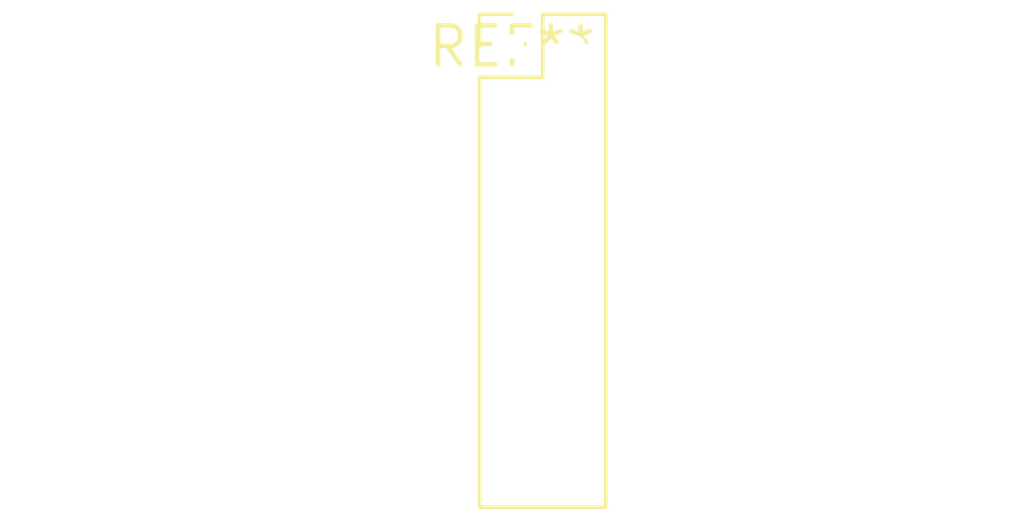
<source format=kicad_pcb>
(kicad_pcb (version 20240108) (generator pcbnew)
  (layers (0 "F.Cu" signal) (31 "B.Cu" signal) (34 "B.Paste" user) (35 "F.Paste" user) (36 "B.SilkS" user "B.Silkscreen") (37 "F.SilkS" user "F.Silkscreen") (38 "B.Mask" user) (39 "F.Mask" user) (44 "Edge.Cuts" user))
  (net 0 "")
  (footprint "PinHeader_2x08_P2.00mm_Vertical" (layer "F.Cu") (at 0 0)
    (property "Reference" "REF**")
    (property "Value" "PinHeader_2x08_P2.00mm_Vertical")
    (fp_line (start -1.06 -1.06) (end 0 -1.06) (layer "F.SilkS") (stroke (width 0.12)))
    (fp_line (start -1.06 0) (end -1.06 -1.06) (layer "F.SilkS") (stroke (width 0.12)))
    (fp_line (start -1.06 1) (end -1.06 15.06) (layer "F.SilkS") (stroke (width 0.12)))
    (fp_line (start -1.06 1) (end 1 1) (layer "F.SilkS") (stroke (width 0.12)))
    (fp_line (start -1.06 15.06) (end 3.06 15.06) (layer "F.SilkS") (stroke (width 0.12)))
    (fp_line (start 1 -1.06) (end 3.06 -1.06) (layer "F.SilkS") (stroke (width 0.12)))
    (fp_line (start 1 1) (end 1 -1.06) (layer "F.SilkS") (stroke (width 0.12)))
    (fp_line (start 3.06 -1.06) (end 3.06 15.06) (layer "F.SilkS") (stroke (width 0.12)))
    (pad "1" thru_hole rect (at 0 0) (size 1.35 1.35) (drill 0.8) (layers *.Cu *.Mask) (remove_unused_layers))
    (pad "2" thru_hole oval (at 2 0) (size 1.35 1.35) (drill 0.8) (layers *.Cu *.Mask) (remove_unused_layers))
    (pad "3" thru_hole oval (at 0 2) (size 1.35 1.35) (drill 0.8) (layers *.Cu *.Mask) (remove_unused_layers))
    (pad "4" thru_hole oval (at 2 2) (size 1.35 1.35) (drill 0.8) (layers *.Cu *.Mask) (remove_unused_layers))
    (pad "5" thru_hole oval (at 0 4) (size 1.35 1.35) (drill 0.8) (layers *.Cu *.Mask) (remove_unused_layers))
    (pad "6" thru_hole oval (at 2 4) (size 1.35 1.35) (drill 0.8) (layers *.Cu *.Mask) (remove_unused_layers))
    (pad "7" thru_hole oval (at 0 6) (size 1.35 1.35) (drill 0.8) (layers *.Cu *.Mask) (remove_unused_layers))
    (pad "8" thru_hole oval (at 2 6) (size 1.35 1.35) (drill 0.8) (layers *.Cu *.Mask) (remove_unused_layers))
    (pad "9" thru_hole oval (at 0 8) (size 1.35 1.35) (drill 0.8) (layers *.Cu *.Mask) (remove_unused_layers))
    (pad "10" thru_hole oval (at 2 8) (size 1.35 1.35) (drill 0.8) (layers *.Cu *.Mask) (remove_unused_layers))
    (pad "11" thru_hole oval (at 0 10) (size 1.35 1.35) (drill 0.8) (layers *.Cu *.Mask) (remove_unused_layers))
    (pad "12" thru_hole oval (at 2 10) (size 1.35 1.35) (drill 0.8) (layers *.Cu *.Mask) (remove_unused_layers))
    (pad "13" thru_hole oval (at 0 12) (size 1.35 1.35) (drill 0.8) (layers *.Cu *.Mask) (remove_unused_layers))
    (pad "14" thru_hole oval (at 2 12) (size 1.35 1.35) (drill 0.8) (layers *.Cu *.Mask) (remove_unused_layers))
    (pad "15" thru_hole oval (at 0 14) (size 1.35 1.35) (drill 0.8) (layers *.Cu *.Mask) (remove_unused_layers))
    (pad "16" thru_hole oval (at 2 14) (size 1.35 1.35) (drill 0.8) (layers *.Cu *.Mask) (remove_unused_layers))
  )
)
</source>
